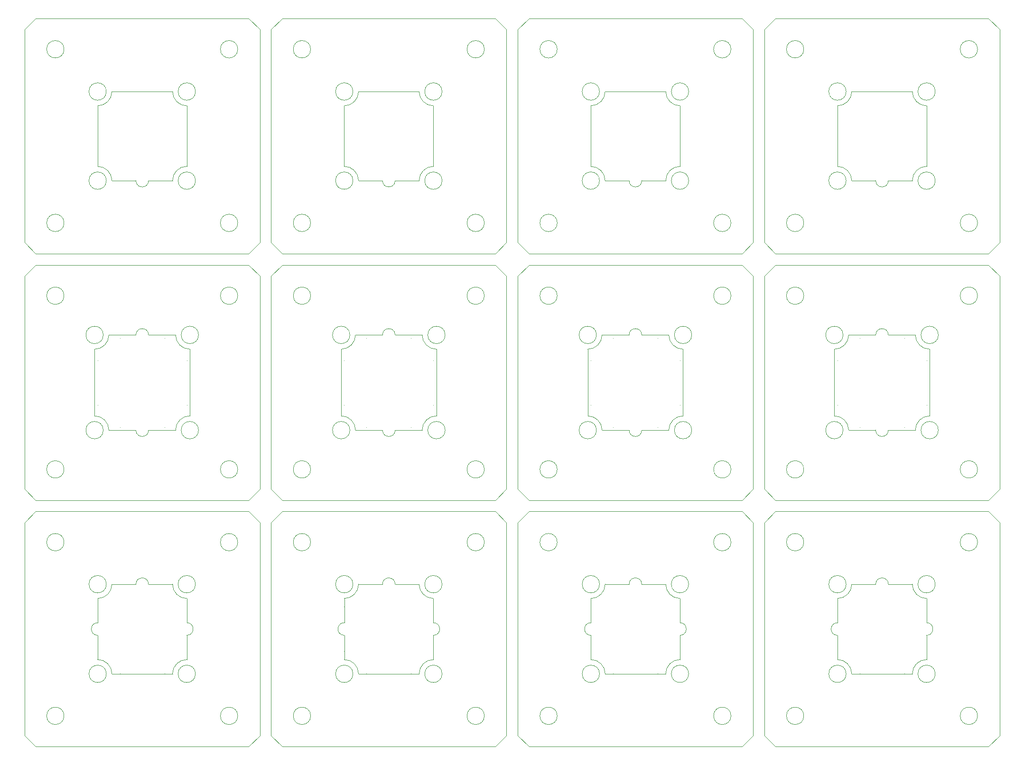
<source format=gbr>
%TF.GenerationSoftware,KiCad,Pcbnew,8.0.2*%
%TF.CreationDate,2025-02-14T13:13:44+07:00*%
%TF.ProjectId,as5600_bracket,61733536-3030-45f6-9272-61636b65742e,rev?*%
%TF.SameCoordinates,Original*%
%TF.FileFunction,Profile,NP*%
%FSLAX46Y46*%
G04 Gerber Fmt 4.6, Leading zero omitted, Abs format (unit mm)*
G04 Created by KiCad (PCBNEW 8.0.2) date 2025-02-14 13:13:44*
%MOMM*%
%LPD*%
G01*
G04 APERTURE LIST*
%TA.AperFunction,Profile*%
%ADD10C,0.050000*%
%TD*%
G04 APERTURE END LIST*
D10*
X192754500Y-140322500D02*
X192755000Y-140322500D01*
X180822500Y-108255000D02*
X180822500Y-108254500D01*
X134395000Y-48345000D02*
G75*
G02*
X131295000Y-48345000I-1550000J0D01*
G01*
X131295000Y-48345000D02*
G75*
G02*
X134395000Y-48345000I1550000J0D01*
G01*
X148754500Y-140322500D02*
X148755000Y-140322500D01*
X106300000Y-152300000D02*
G75*
G02*
X103200000Y-152300000I-1550000J0D01*
G01*
X103200000Y-152300000D02*
G75*
G02*
X106300000Y-152300000I1550000J0D01*
G01*
X38850000Y-115800000D02*
G75*
G02*
X35750000Y-115800000I-1550000J0D01*
G01*
X35750000Y-115800000D02*
G75*
G02*
X38850000Y-115800000I1550000J0D01*
G01*
X100777500Y-136345000D02*
X100777500Y-136345500D01*
X60750000Y-138850000D02*
X60750000Y-143175000D01*
X51675000Y-91800000D02*
X46850000Y-91800000D01*
X56777500Y-48345000D02*
X56777500Y-48345500D01*
X44845000Y-50895000D02*
X44845000Y-61705000D01*
X183675000Y-64255000D02*
X179395000Y-64255000D01*
X102205000Y-64255000D02*
G75*
G02*
X104755000Y-61705000I2550000J0D01*
G01*
X115800000Y-77300000D02*
X77800000Y-77300000D01*
X144777500Y-108255000D02*
X144777500Y-108254500D01*
X188777500Y-92345000D02*
X188777500Y-92345500D01*
X161800000Y-163300000D02*
X161800000Y-125300000D01*
X180822500Y-152255000D02*
X180822500Y-152254500D01*
X51675000Y-136300000D02*
G75*
G02*
X53925000Y-136300000I1125000J0D01*
G01*
X46400000Y-152300000D02*
G75*
G02*
X43300000Y-152300000I-1550000J0D01*
G01*
X43300000Y-152300000D02*
G75*
G02*
X46400000Y-152300000I1550000J0D01*
G01*
X148750000Y-143175000D02*
G75*
G02*
X148750000Y-145425000I0J-1125000D01*
G01*
X149300000Y-94350000D02*
G75*
G02*
X146750000Y-91800000I0J2550000D01*
G01*
X95675000Y-64255000D02*
X91395000Y-64255000D01*
X159800000Y-121300000D02*
X121800000Y-121300000D01*
X53925000Y-91800000D02*
X58750000Y-91800000D01*
X71800000Y-121300000D02*
X33800000Y-121300000D01*
X82850000Y-159800000D02*
G75*
G02*
X79750000Y-159800000I-1550000J0D01*
G01*
X79750000Y-159800000D02*
G75*
G02*
X82850000Y-159800000I1550000J0D01*
G01*
X185925000Y-64255000D02*
X190205000Y-64255000D01*
X121800000Y-79300000D02*
X119800000Y-81300000D01*
X31800000Y-163300000D02*
X31800000Y-125300000D01*
X113850000Y-84800000D02*
G75*
G02*
X110750000Y-84800000I-1550000J0D01*
G01*
X110750000Y-84800000D02*
G75*
G02*
X113850000Y-84800000I1550000J0D01*
G01*
X71800000Y-121300000D02*
X73800000Y-119300000D01*
X165800000Y-121300000D02*
X163800000Y-119300000D01*
X90850000Y-91800000D02*
G75*
G02*
X88300000Y-94350000I-2550000J0D01*
G01*
X132845000Y-96322500D02*
X132845500Y-96322500D01*
X38850000Y-71800000D02*
G75*
G02*
X35750000Y-71800000I-1550000J0D01*
G01*
X35750000Y-71800000D02*
G75*
G02*
X38850000Y-71800000I1550000J0D01*
G01*
X71800000Y-79300000D02*
X33800000Y-79300000D01*
X92822500Y-48345000D02*
X92822500Y-48345500D01*
X92822500Y-108255000D02*
X92822500Y-108254500D01*
X113850000Y-115800000D02*
G75*
G02*
X110750000Y-115800000I-1550000J0D01*
G01*
X110750000Y-115800000D02*
G75*
G02*
X113850000Y-115800000I1550000J0D01*
G01*
X203800000Y-77300000D02*
X205800000Y-75300000D01*
X203800000Y-35300000D02*
X205800000Y-37300000D01*
X92822500Y-64255000D02*
X92822500Y-64254500D01*
X203800000Y-77300000D02*
X165800000Y-77300000D01*
X159800000Y-77300000D02*
X121800000Y-77300000D01*
X136822500Y-108255000D02*
X136822500Y-108254500D01*
X133850000Y-91800000D02*
G75*
G02*
X130750000Y-91800000I-1550000J0D01*
G01*
X130750000Y-91800000D02*
G75*
G02*
X133850000Y-91800000I1550000J0D01*
G01*
X165800000Y-165300000D02*
X163800000Y-163300000D01*
X106850000Y-91800000D02*
G75*
G02*
X103750000Y-91800000I-1550000J0D01*
G01*
X103750000Y-91800000D02*
G75*
G02*
X106850000Y-91800000I1550000J0D01*
G01*
X148750000Y-138850000D02*
G75*
G02*
X146200000Y-136300000I0J2550000D01*
G01*
X148754500Y-104277500D02*
X148755000Y-104277500D01*
X44300000Y-94350000D02*
X44300000Y-106250000D01*
X33800000Y-121300000D02*
X31800000Y-119300000D01*
X115800000Y-121300000D02*
X77800000Y-121300000D01*
X159800000Y-165300000D02*
X121800000Y-165300000D01*
X100777500Y-48345000D02*
X100777500Y-48345500D01*
X126850000Y-159800000D02*
G75*
G02*
X123750000Y-159800000I-1550000J0D01*
G01*
X123750000Y-159800000D02*
G75*
G02*
X126850000Y-159800000I1550000J0D01*
G01*
X119800000Y-119300000D02*
X119800000Y-81300000D01*
X82850000Y-128800000D02*
G75*
G02*
X79750000Y-128800000I-1550000J0D01*
G01*
X79750000Y-128800000D02*
G75*
G02*
X82850000Y-128800000I1550000J0D01*
G01*
X176850000Y-145425000D02*
X176850000Y-149750000D01*
X178400000Y-152300000D02*
G75*
G02*
X175300000Y-152300000I-1550000J0D01*
G01*
X175300000Y-152300000D02*
G75*
G02*
X178400000Y-152300000I1550000J0D01*
G01*
X56777500Y-152255000D02*
X56777500Y-152254500D01*
X132300000Y-94350000D02*
X132300000Y-106250000D01*
X201850000Y-40800000D02*
G75*
G02*
X198750000Y-40800000I-1550000J0D01*
G01*
X198750000Y-40800000D02*
G75*
G02*
X201850000Y-40800000I1550000J0D01*
G01*
X141925000Y-136300000D02*
X146200000Y-136300000D01*
X176845000Y-96322500D02*
X176845500Y-96322500D01*
X192750000Y-143175000D02*
G75*
G02*
X192750000Y-145425000I0J-1125000D01*
G01*
X47395000Y-48345000D02*
G75*
G02*
X44845000Y-50895000I-2550000J0D01*
G01*
X44845000Y-60277500D02*
X44845500Y-60277500D01*
X159800000Y-165300000D02*
X161800000Y-163300000D01*
X113850000Y-40800000D02*
G75*
G02*
X110750000Y-40800000I-1550000J0D01*
G01*
X110750000Y-40800000D02*
G75*
G02*
X113850000Y-40800000I1550000J0D01*
G01*
X60754500Y-60277500D02*
X60755000Y-60277500D01*
X44850000Y-145425000D02*
G75*
G02*
X44850000Y-143175000I0J1125000D01*
G01*
X88845000Y-96322500D02*
X88845500Y-96322500D01*
X104750000Y-138850000D02*
X104750000Y-143175000D01*
X134400000Y-152300000D02*
G75*
G02*
X131300000Y-152300000I-1550000J0D01*
G01*
X131300000Y-152300000D02*
G75*
G02*
X134400000Y-152300000I1550000J0D01*
G01*
X192755000Y-61705000D02*
X192755000Y-50895000D01*
X88300000Y-94350000D02*
X88300000Y-106250000D01*
X148750000Y-145425000D02*
X148750000Y-149750000D01*
X47400000Y-136300000D02*
G75*
G02*
X44850000Y-138850000I-2550000J0D01*
G01*
X132850000Y-145425000D02*
X132850000Y-149750000D01*
X60754500Y-140322500D02*
X60755000Y-140322500D01*
X77800000Y-123300000D02*
X75800000Y-125300000D01*
X132845000Y-52322500D02*
X132845500Y-52322500D01*
X132845000Y-104277500D02*
X132845500Y-104277500D01*
X104750000Y-145425000D02*
X104750000Y-149750000D01*
X46395000Y-64255000D02*
G75*
G02*
X43295000Y-64255000I-1550000J0D01*
G01*
X43295000Y-64255000D02*
G75*
G02*
X46395000Y-64255000I1550000J0D01*
G01*
X60754500Y-148277500D02*
X60755000Y-148277500D01*
X146200000Y-152300000D02*
G75*
G02*
X148750000Y-149750000I2550000J0D01*
G01*
X53925000Y-136300000D02*
X58200000Y-136300000D01*
X88845000Y-61705000D02*
G75*
G02*
X91395000Y-64255000I0J-2550000D01*
G01*
X44845000Y-52322500D02*
X44845500Y-52322500D01*
X44845000Y-148277500D02*
X44845500Y-148277500D01*
X126850000Y-84800000D02*
G75*
G02*
X123750000Y-84800000I-1550000J0D01*
G01*
X123750000Y-84800000D02*
G75*
G02*
X126850000Y-84800000I1550000J0D01*
G01*
X117800000Y-163300000D02*
X117800000Y-125300000D01*
X60755000Y-61705000D02*
X60755000Y-50895000D01*
X88845000Y-148277500D02*
X88845500Y-148277500D01*
X178395000Y-64255000D02*
G75*
G02*
X175295000Y-64255000I-1550000J0D01*
G01*
X175295000Y-64255000D02*
G75*
G02*
X178395000Y-64255000I1550000J0D01*
G01*
X60750000Y-143175000D02*
G75*
G02*
X60750000Y-145425000I0J-1125000D01*
G01*
X44845000Y-104277500D02*
X44845500Y-104277500D01*
X139675000Y-64255000D02*
X135395000Y-64255000D01*
X150305000Y-48345000D02*
G75*
G02*
X147205000Y-48345000I-1550000J0D01*
G01*
X147205000Y-48345000D02*
G75*
G02*
X150305000Y-48345000I1550000J0D01*
G01*
X113850000Y-71800000D02*
G75*
G02*
X110750000Y-71800000I-1550000J0D01*
G01*
X110750000Y-71800000D02*
G75*
G02*
X113850000Y-71800000I1550000J0D01*
G01*
X31800000Y-119300000D02*
X31800000Y-81300000D01*
X58205000Y-64255000D02*
G75*
G02*
X60755000Y-61705000I2550000J0D01*
G01*
X82850000Y-84800000D02*
G75*
G02*
X79750000Y-84800000I-1550000J0D01*
G01*
X79750000Y-84800000D02*
G75*
G02*
X82850000Y-84800000I1550000J0D01*
G01*
X150300000Y-152300000D02*
G75*
G02*
X147200000Y-152300000I-1550000J0D01*
G01*
X147200000Y-152300000D02*
G75*
G02*
X150300000Y-152300000I1550000J0D01*
G01*
X89850000Y-108800000D02*
G75*
G02*
X86750000Y-108800000I-1550000J0D01*
G01*
X86750000Y-108800000D02*
G75*
G02*
X89850000Y-108800000I1550000J0D01*
G01*
X62300000Y-136300000D02*
G75*
G02*
X59200000Y-136300000I-1550000J0D01*
G01*
X59200000Y-136300000D02*
G75*
G02*
X62300000Y-136300000I1550000J0D01*
G01*
X91400000Y-136300000D02*
G75*
G02*
X88850000Y-138850000I-2550000J0D01*
G01*
X75800000Y-75300000D02*
X75800000Y-37300000D01*
X192754500Y-52322500D02*
X192755000Y-52322500D01*
X176845000Y-140322500D02*
X176845500Y-140322500D01*
X92822500Y-152255000D02*
X92822500Y-152254500D01*
X192754500Y-148277500D02*
X192755000Y-148277500D01*
X97925000Y-64255000D02*
G75*
G02*
X95675000Y-64255000I-1125000J0D01*
G01*
X115800000Y-77300000D02*
X117800000Y-75300000D01*
X203800000Y-123300000D02*
X165800000Y-123300000D01*
X183675000Y-136300000D02*
X179400000Y-136300000D01*
X148755000Y-50895000D02*
G75*
G02*
X146205000Y-48345000I0J2550000D01*
G01*
X159800000Y-123300000D02*
X161800000Y-125300000D01*
X133850000Y-108800000D02*
G75*
G02*
X130750000Y-108800000I-1550000J0D01*
G01*
X130750000Y-108800000D02*
G75*
G02*
X133850000Y-108800000I1550000J0D01*
G01*
X121800000Y-121300000D02*
X119800000Y-119300000D01*
X77800000Y-165300000D02*
X75800000Y-163300000D01*
X185925000Y-108800000D02*
X190750000Y-108800000D01*
X146200000Y-152300000D02*
X135400000Y-152300000D01*
X90400000Y-136300000D02*
G75*
G02*
X87300000Y-136300000I-1550000J0D01*
G01*
X87300000Y-136300000D02*
G75*
G02*
X90400000Y-136300000I1550000J0D01*
G01*
X165800000Y-79300000D02*
X163800000Y-81300000D01*
X113850000Y-128800000D02*
G75*
G02*
X110750000Y-128800000I-1550000J0D01*
G01*
X110750000Y-128800000D02*
G75*
G02*
X113850000Y-128800000I1550000J0D01*
G01*
X97925000Y-91800000D02*
X102750000Y-91800000D01*
X82850000Y-115800000D02*
G75*
G02*
X79750000Y-115800000I-1550000J0D01*
G01*
X79750000Y-115800000D02*
G75*
G02*
X82850000Y-115800000I1550000J0D01*
G01*
X149300000Y-94350000D02*
X149300000Y-106250000D01*
X115800000Y-35300000D02*
X77800000Y-35300000D01*
X176850000Y-145425000D02*
G75*
G02*
X176850000Y-143175000I0J1125000D01*
G01*
X97925000Y-64255000D02*
X102205000Y-64255000D01*
X71800000Y-35300000D02*
X33800000Y-35300000D01*
X170850000Y-128800000D02*
G75*
G02*
X167750000Y-128800000I-1550000J0D01*
G01*
X167750000Y-128800000D02*
G75*
G02*
X170850000Y-128800000I1550000J0D01*
G01*
X141925000Y-91800000D02*
X146750000Y-91800000D01*
X180822500Y-136345000D02*
X180822500Y-136345500D01*
X77800000Y-121300000D02*
X75800000Y-119300000D01*
X144777500Y-136345000D02*
X144777500Y-136345500D01*
X134395000Y-64255000D02*
G75*
G02*
X131295000Y-64255000I-1550000J0D01*
G01*
X131295000Y-64255000D02*
G75*
G02*
X134395000Y-64255000I1550000J0D01*
G01*
X126850000Y-40800000D02*
G75*
G02*
X123750000Y-40800000I-1550000J0D01*
G01*
X123750000Y-40800000D02*
G75*
G02*
X126850000Y-40800000I1550000J0D01*
G01*
X126850000Y-71800000D02*
G75*
G02*
X123750000Y-71800000I-1550000J0D01*
G01*
X123750000Y-71800000D02*
G75*
G02*
X126850000Y-71800000I1550000J0D01*
G01*
X176300000Y-106250000D02*
G75*
G02*
X178850000Y-108800000I0J-2550000D01*
G01*
X157850000Y-71800000D02*
G75*
G02*
X154750000Y-71800000I-1550000J0D01*
G01*
X154750000Y-71800000D02*
G75*
G02*
X157850000Y-71800000I1550000J0D01*
G01*
X185925000Y-64255000D02*
G75*
G02*
X183675000Y-64255000I-1125000J0D01*
G01*
X185925000Y-91800000D02*
X190750000Y-91800000D01*
X69850000Y-84800000D02*
G75*
G02*
X66750000Y-84800000I-1550000J0D01*
G01*
X66750000Y-84800000D02*
G75*
G02*
X69850000Y-84800000I1550000J0D01*
G01*
X141925000Y-64255000D02*
G75*
G02*
X139675000Y-64255000I-1125000J0D01*
G01*
X161800000Y-75300000D02*
X161800000Y-37300000D01*
X190205000Y-64255000D02*
G75*
G02*
X192755000Y-61705000I2550000J0D01*
G01*
X117800000Y-119300000D02*
X117800000Y-81300000D01*
X180822500Y-92345000D02*
X180822500Y-92345500D01*
X77800000Y-77300000D02*
X75800000Y-75300000D01*
X115800000Y-79300000D02*
X77800000Y-79300000D01*
X201850000Y-115800000D02*
G75*
G02*
X198750000Y-115800000I-1550000J0D01*
G01*
X198750000Y-115800000D02*
G75*
G02*
X201850000Y-115800000I1550000J0D01*
G01*
X203800000Y-165300000D02*
X165800000Y-165300000D01*
X170850000Y-40800000D02*
G75*
G02*
X167750000Y-40800000I-1550000J0D01*
G01*
X167750000Y-40800000D02*
G75*
G02*
X170850000Y-40800000I1550000J0D01*
G01*
X139675000Y-136300000D02*
X135400000Y-136300000D01*
X92822500Y-92345000D02*
X92822500Y-92345500D01*
X194850000Y-91800000D02*
G75*
G02*
X191750000Y-91800000I-1550000J0D01*
G01*
X191750000Y-91800000D02*
G75*
G02*
X194850000Y-91800000I1550000J0D01*
G01*
X88845000Y-50895000D02*
X88845000Y-61705000D01*
X148754500Y-148277500D02*
X148755000Y-148277500D01*
X60750000Y-138850000D02*
G75*
G02*
X58200000Y-136300000I0J2550000D01*
G01*
X38850000Y-40800000D02*
G75*
G02*
X35750000Y-40800000I-1550000J0D01*
G01*
X35750000Y-40800000D02*
G75*
G02*
X38850000Y-40800000I1550000J0D01*
G01*
X88300000Y-106250000D02*
G75*
G02*
X90850000Y-108800000I0J-2550000D01*
G01*
X176845000Y-52322500D02*
X176845500Y-52322500D01*
X148755000Y-61705000D02*
X148755000Y-50895000D01*
X144777500Y-92345000D02*
X144777500Y-92345500D01*
X106305000Y-64255000D02*
G75*
G02*
X103205000Y-64255000I-1550000J0D01*
G01*
X103205000Y-64255000D02*
G75*
G02*
X106305000Y-64255000I1550000J0D01*
G01*
X71800000Y-77300000D02*
X33800000Y-77300000D01*
X192754500Y-104277500D02*
X192755000Y-104277500D01*
X95675000Y-91800000D02*
X90850000Y-91800000D01*
X73800000Y-163300000D02*
X73800000Y-125300000D01*
X170850000Y-84800000D02*
G75*
G02*
X167750000Y-84800000I-1550000J0D01*
G01*
X167750000Y-84800000D02*
G75*
G02*
X170850000Y-84800000I1550000J0D01*
G01*
X150300000Y-136300000D02*
G75*
G02*
X147200000Y-136300000I-1550000J0D01*
G01*
X147200000Y-136300000D02*
G75*
G02*
X150300000Y-136300000I1550000J0D01*
G01*
X157850000Y-115800000D02*
G75*
G02*
X154750000Y-115800000I-1550000J0D01*
G01*
X154750000Y-115800000D02*
G75*
G02*
X157850000Y-115800000I1550000J0D01*
G01*
X165800000Y-77300000D02*
X163800000Y-75300000D01*
X69850000Y-115800000D02*
G75*
G02*
X66750000Y-115800000I-1550000J0D01*
G01*
X66750000Y-115800000D02*
G75*
G02*
X69850000Y-115800000I1550000J0D01*
G01*
X100777500Y-152255000D02*
X100777500Y-152254500D01*
X71800000Y-123300000D02*
X73800000Y-125300000D01*
X159800000Y-35300000D02*
X161800000Y-37300000D01*
X157850000Y-159800000D02*
G75*
G02*
X154750000Y-159800000I-1550000J0D01*
G01*
X154750000Y-159800000D02*
G75*
G02*
X157850000Y-159800000I1550000J0D01*
G01*
X176845000Y-60277500D02*
X176845500Y-60277500D01*
X159800000Y-79300000D02*
X161800000Y-81300000D01*
X176845000Y-61705000D02*
G75*
G02*
X179395000Y-64255000I0J-2550000D01*
G01*
X141925000Y-108800000D02*
G75*
G02*
X139675000Y-108800000I-1125000J0D01*
G01*
X90400000Y-152300000D02*
G75*
G02*
X87300000Y-152300000I-1550000J0D01*
G01*
X87300000Y-152300000D02*
G75*
G02*
X90400000Y-152300000I1550000J0D01*
G01*
X60754500Y-96322500D02*
X60755000Y-96322500D01*
X62300000Y-152300000D02*
G75*
G02*
X59200000Y-152300000I-1550000J0D01*
G01*
X59200000Y-152300000D02*
G75*
G02*
X62300000Y-152300000I1550000J0D01*
G01*
X165800000Y-35300000D02*
X163800000Y-37300000D01*
X159800000Y-121300000D02*
X161800000Y-119300000D01*
X185925000Y-108800000D02*
G75*
G02*
X183675000Y-108800000I-1125000J0D01*
G01*
X132850000Y-149750000D02*
G75*
G02*
X135400000Y-152300000I0J-2550000D01*
G01*
X135395000Y-48345000D02*
G75*
G02*
X132845000Y-50895000I-2550000J0D01*
G01*
X58200000Y-152300000D02*
X47400000Y-152300000D01*
X115800000Y-79300000D02*
X117800000Y-81300000D01*
X148754500Y-96322500D02*
X148755000Y-96322500D01*
X46850000Y-91800000D02*
G75*
G02*
X44300000Y-94350000I-2550000J0D01*
G01*
X46395000Y-48345000D02*
G75*
G02*
X43295000Y-48345000I-1550000J0D01*
G01*
X43295000Y-48345000D02*
G75*
G02*
X46395000Y-48345000I1550000J0D01*
G01*
X126850000Y-115800000D02*
G75*
G02*
X123750000Y-115800000I-1550000J0D01*
G01*
X123750000Y-115800000D02*
G75*
G02*
X126850000Y-115800000I1550000J0D01*
G01*
X176850000Y-143175000D02*
X176850000Y-138850000D01*
X44845000Y-96322500D02*
X44845500Y-96322500D01*
X170850000Y-71800000D02*
G75*
G02*
X167750000Y-71800000I-1550000J0D01*
G01*
X167750000Y-71800000D02*
G75*
G02*
X170850000Y-71800000I1550000J0D01*
G01*
X61300000Y-94350000D02*
G75*
G02*
X58750000Y-91800000I0J2550000D01*
G01*
X183675000Y-91800000D02*
G75*
G02*
X185925000Y-91800000I1125000J0D01*
G01*
X178400000Y-136300000D02*
G75*
G02*
X175300000Y-136300000I-1550000J0D01*
G01*
X175300000Y-136300000D02*
G75*
G02*
X178400000Y-136300000I1550000J0D01*
G01*
X203800000Y-165300000D02*
X205800000Y-163300000D01*
X104754500Y-148277500D02*
X104755000Y-148277500D01*
X148754500Y-52322500D02*
X148755000Y-52322500D01*
X77800000Y-35300000D02*
X75800000Y-37300000D01*
X179400000Y-136300000D02*
G75*
G02*
X176850000Y-138850000I-2550000J0D01*
G01*
X51675000Y-108800000D02*
X46850000Y-108800000D01*
X132300000Y-106250000D02*
G75*
G02*
X134850000Y-108800000I0J-2550000D01*
G01*
X69850000Y-159800000D02*
G75*
G02*
X66750000Y-159800000I-1550000J0D01*
G01*
X66750000Y-159800000D02*
G75*
G02*
X69850000Y-159800000I1550000J0D01*
G01*
X106300000Y-136300000D02*
G75*
G02*
X103200000Y-136300000I-1550000J0D01*
G01*
X103200000Y-136300000D02*
G75*
G02*
X106300000Y-136300000I1550000J0D01*
G01*
X71800000Y-123300000D02*
X33800000Y-123300000D01*
X132845000Y-140322500D02*
X132845500Y-140322500D01*
X203800000Y-121300000D02*
X205800000Y-119300000D01*
X192750000Y-138850000D02*
G75*
G02*
X190200000Y-136300000I0J2550000D01*
G01*
X194850000Y-108800000D02*
G75*
G02*
X191750000Y-108800000I-1550000J0D01*
G01*
X191750000Y-108800000D02*
G75*
G02*
X194850000Y-108800000I1550000J0D01*
G01*
X163800000Y-163300000D02*
X163800000Y-125300000D01*
X97925000Y-108800000D02*
G75*
G02*
X95675000Y-108800000I-1125000J0D01*
G01*
X193300000Y-94350000D02*
G75*
G02*
X190750000Y-91800000I0J2550000D01*
G01*
X56777500Y-92345000D02*
X56777500Y-92345500D01*
X106305000Y-48345000D02*
G75*
G02*
X103205000Y-48345000I-1550000J0D01*
G01*
X103205000Y-48345000D02*
G75*
G02*
X106305000Y-48345000I1550000J0D01*
G01*
X161800000Y-119300000D02*
X161800000Y-81300000D01*
X176845000Y-104277500D02*
X176845500Y-104277500D01*
X38850000Y-84800000D02*
G75*
G02*
X35750000Y-84800000I-1550000J0D01*
G01*
X35750000Y-84800000D02*
G75*
G02*
X38850000Y-84800000I1550000J0D01*
G01*
X146205000Y-64255000D02*
G75*
G02*
X148755000Y-61705000I2550000J0D01*
G01*
X159800000Y-79300000D02*
X121800000Y-79300000D01*
X104750000Y-138850000D02*
G75*
G02*
X102200000Y-136300000I0J2550000D01*
G01*
X121800000Y-165300000D02*
X119800000Y-163300000D01*
X136822500Y-48345000D02*
X136822500Y-48345500D01*
X58200000Y-152300000D02*
G75*
G02*
X60750000Y-149750000I2550000J0D01*
G01*
X115800000Y-123300000D02*
X77800000Y-123300000D01*
X201850000Y-84800000D02*
G75*
G02*
X198750000Y-84800000I-1550000J0D01*
G01*
X198750000Y-84800000D02*
G75*
G02*
X201850000Y-84800000I1550000J0D01*
G01*
X146205000Y-48345000D02*
X135395000Y-48345000D01*
X105300000Y-94350000D02*
G75*
G02*
X102750000Y-91800000I0J2550000D01*
G01*
X71800000Y-165300000D02*
X33800000Y-165300000D01*
X46400000Y-136300000D02*
G75*
G02*
X43300000Y-136300000I-1550000J0D01*
G01*
X43300000Y-136300000D02*
G75*
G02*
X46400000Y-136300000I1550000J0D01*
G01*
X148754500Y-60277500D02*
X148755000Y-60277500D01*
X119800000Y-75300000D02*
X119800000Y-37300000D01*
X132845000Y-50895000D02*
X132845000Y-61705000D01*
X60755000Y-50895000D02*
G75*
G02*
X58205000Y-48345000I0J2550000D01*
G01*
X201850000Y-128800000D02*
G75*
G02*
X198750000Y-128800000I-1550000J0D01*
G01*
X198750000Y-128800000D02*
G75*
G02*
X201850000Y-128800000I1550000J0D01*
G01*
X31800000Y-75300000D02*
X31800000Y-37300000D01*
X194305000Y-64255000D02*
G75*
G02*
X191205000Y-64255000I-1550000J0D01*
G01*
X191205000Y-64255000D02*
G75*
G02*
X194305000Y-64255000I1550000J0D01*
G01*
X89850000Y-91800000D02*
G75*
G02*
X86750000Y-91800000I-1550000J0D01*
G01*
X86750000Y-91800000D02*
G75*
G02*
X89850000Y-91800000I1550000J0D01*
G01*
X33800000Y-79300000D02*
X31800000Y-81300000D01*
X104754500Y-60277500D02*
X104755000Y-60277500D01*
X139675000Y-91800000D02*
X134850000Y-91800000D01*
X53925000Y-108800000D02*
G75*
G02*
X51675000Y-108800000I-1125000J0D01*
G01*
X62850000Y-108800000D02*
G75*
G02*
X59750000Y-108800000I-1550000J0D01*
G01*
X59750000Y-108800000D02*
G75*
G02*
X62850000Y-108800000I1550000J0D01*
G01*
X53925000Y-64255000D02*
X58205000Y-64255000D01*
X176845000Y-50895000D02*
X176845000Y-61705000D01*
X205800000Y-163300000D02*
X205800000Y-125300000D01*
X192755000Y-50895000D02*
G75*
G02*
X190205000Y-48345000I0J2550000D01*
G01*
X150850000Y-108800000D02*
G75*
G02*
X147750000Y-108800000I-1550000J0D01*
G01*
X147750000Y-108800000D02*
G75*
G02*
X150850000Y-108800000I1550000J0D01*
G01*
X69850000Y-128800000D02*
G75*
G02*
X66750000Y-128800000I-1550000J0D01*
G01*
X66750000Y-128800000D02*
G75*
G02*
X69850000Y-128800000I1550000J0D01*
G01*
X71800000Y-79300000D02*
X73800000Y-81300000D01*
X48822500Y-136345000D02*
X48822500Y-136345500D01*
X69850000Y-71800000D02*
G75*
G02*
X66750000Y-71800000I-1550000J0D01*
G01*
X66750000Y-71800000D02*
G75*
G02*
X69850000Y-71800000I1550000J0D01*
G01*
X38850000Y-128800000D02*
G75*
G02*
X35750000Y-128800000I-1550000J0D01*
G01*
X35750000Y-128800000D02*
G75*
G02*
X38850000Y-128800000I1550000J0D01*
G01*
X53925000Y-64255000D02*
G75*
G02*
X51675000Y-64255000I-1125000J0D01*
G01*
X88850000Y-145425000D02*
G75*
G02*
X88850000Y-143175000I0J1125000D01*
G01*
X163800000Y-119300000D02*
X163800000Y-81300000D01*
X113850000Y-159800000D02*
G75*
G02*
X110750000Y-159800000I-1550000J0D01*
G01*
X110750000Y-159800000D02*
G75*
G02*
X113850000Y-159800000I1550000J0D01*
G01*
X192754500Y-96322500D02*
X192755000Y-96322500D01*
X115800000Y-123300000D02*
X117800000Y-125300000D01*
X100777500Y-64255000D02*
X100777500Y-64254500D01*
X95675000Y-91800000D02*
G75*
G02*
X97925000Y-91800000I1125000J0D01*
G01*
X58750000Y-108800000D02*
G75*
G02*
X61300000Y-106250000I2550000J0D01*
G01*
X104754500Y-96322500D02*
X104755000Y-96322500D01*
X51675000Y-136300000D02*
X47400000Y-136300000D01*
X51675000Y-91800000D02*
G75*
G02*
X53925000Y-91800000I1125000J0D01*
G01*
X188777500Y-152255000D02*
X188777500Y-152254500D01*
X44850000Y-145425000D02*
X44850000Y-149750000D01*
X51675000Y-64255000D02*
X47395000Y-64255000D01*
X132845000Y-148277500D02*
X132845500Y-148277500D01*
X192750000Y-145425000D02*
X192750000Y-149750000D01*
X192750000Y-138850000D02*
X192750000Y-143175000D01*
X141925000Y-64255000D02*
X146205000Y-64255000D01*
X91395000Y-48345000D02*
G75*
G02*
X88845000Y-50895000I-2550000J0D01*
G01*
X176850000Y-149750000D02*
G75*
G02*
X179400000Y-152300000I0J-2550000D01*
G01*
X150850000Y-91800000D02*
G75*
G02*
X147750000Y-91800000I-1550000J0D01*
G01*
X147750000Y-91800000D02*
G75*
G02*
X150850000Y-91800000I1550000J0D01*
G01*
X102200000Y-152300000D02*
G75*
G02*
X104750000Y-149750000I2550000J0D01*
G01*
X102205000Y-48345000D02*
X91395000Y-48345000D01*
X92822500Y-136345000D02*
X92822500Y-136345500D01*
X159800000Y-35300000D02*
X121800000Y-35300000D01*
X192754500Y-60277500D02*
X192755000Y-60277500D01*
X115800000Y-165300000D02*
X117800000Y-163300000D01*
X44845000Y-140322500D02*
X44845500Y-140322500D01*
X193300000Y-94350000D02*
X193300000Y-106250000D01*
X33800000Y-77300000D02*
X31800000Y-75300000D01*
X144777500Y-48345000D02*
X144777500Y-48345500D01*
X48822500Y-48345000D02*
X48822500Y-48345500D01*
X176845000Y-148277500D02*
X176845500Y-148277500D01*
X48822500Y-152255000D02*
X48822500Y-152254500D01*
X203800000Y-35300000D02*
X165800000Y-35300000D01*
X144777500Y-64255000D02*
X144777500Y-64254500D01*
X190200000Y-152300000D02*
X179400000Y-152300000D01*
X48822500Y-92345000D02*
X48822500Y-92345500D01*
X90395000Y-48345000D02*
G75*
G02*
X87295000Y-48345000I-1550000J0D01*
G01*
X87295000Y-48345000D02*
G75*
G02*
X90395000Y-48345000I1550000J0D01*
G01*
X71800000Y-35300000D02*
X73800000Y-37300000D01*
X190200000Y-152300000D02*
G75*
G02*
X192750000Y-149750000I2550000J0D01*
G01*
X44850000Y-143175000D02*
X44850000Y-138850000D01*
X62850000Y-91800000D02*
G75*
G02*
X59750000Y-91800000I-1550000J0D01*
G01*
X59750000Y-91800000D02*
G75*
G02*
X62850000Y-91800000I1550000J0D01*
G01*
X119800000Y-163300000D02*
X119800000Y-125300000D01*
X104755000Y-50895000D02*
G75*
G02*
X102205000Y-48345000I0J2550000D01*
G01*
X100777500Y-108255000D02*
X100777500Y-108254500D01*
X139675000Y-91800000D02*
G75*
G02*
X141925000Y-91800000I1125000J0D01*
G01*
X88845000Y-60277500D02*
X88845500Y-60277500D01*
X102200000Y-152300000D02*
X91400000Y-152300000D01*
X132850000Y-145425000D02*
G75*
G02*
X132850000Y-143175000I0J1125000D01*
G01*
X104754500Y-104277500D02*
X104755000Y-104277500D01*
X132845000Y-61705000D02*
G75*
G02*
X135395000Y-64255000I0J-2550000D01*
G01*
X97925000Y-108800000D02*
X102750000Y-108800000D01*
X44300000Y-106250000D02*
G75*
G02*
X46850000Y-108800000I0J-2550000D01*
G01*
X61300000Y-94350000D02*
X61300000Y-106250000D01*
X121800000Y-123300000D02*
X119800000Y-125300000D01*
X95675000Y-108800000D02*
X90850000Y-108800000D01*
X183675000Y-108800000D02*
X178850000Y-108800000D01*
X194300000Y-152300000D02*
G75*
G02*
X191200000Y-152300000I-1550000J0D01*
G01*
X191200000Y-152300000D02*
G75*
G02*
X194300000Y-152300000I1550000J0D01*
G01*
X48822500Y-64255000D02*
X48822500Y-64254500D01*
X179395000Y-48345000D02*
G75*
G02*
X176845000Y-50895000I-2550000J0D01*
G01*
X159800000Y-123300000D02*
X121800000Y-123300000D01*
X148750000Y-138850000D02*
X148750000Y-143175000D01*
X104755000Y-61705000D02*
X104755000Y-50895000D01*
X139675000Y-108800000D02*
X134850000Y-108800000D01*
X136822500Y-152255000D02*
X136822500Y-152254500D01*
X157850000Y-40800000D02*
G75*
G02*
X154750000Y-40800000I-1550000J0D01*
G01*
X154750000Y-40800000D02*
G75*
G02*
X157850000Y-40800000I1550000J0D01*
G01*
X73800000Y-75300000D02*
X73800000Y-37300000D01*
X141925000Y-108800000D02*
X146750000Y-108800000D01*
X178395000Y-48345000D02*
G75*
G02*
X175295000Y-48345000I-1550000J0D01*
G01*
X175295000Y-48345000D02*
G75*
G02*
X178395000Y-48345000I1550000J0D01*
G01*
X56777500Y-136345000D02*
X56777500Y-136345500D01*
X77800000Y-79300000D02*
X75800000Y-81300000D01*
X188777500Y-48345000D02*
X188777500Y-48345500D01*
X60750000Y-145425000D02*
X60750000Y-149750000D01*
X71800000Y-77300000D02*
X73800000Y-75300000D01*
X136822500Y-92345000D02*
X136822500Y-92345500D01*
X136822500Y-136345000D02*
X136822500Y-136345500D01*
X205800000Y-75300000D02*
X205800000Y-37300000D01*
X188777500Y-136345000D02*
X188777500Y-136345500D01*
X48822500Y-108255000D02*
X48822500Y-108254500D01*
X60754500Y-104277500D02*
X60755000Y-104277500D01*
X90395000Y-64255000D02*
G75*
G02*
X87295000Y-64255000I-1550000J0D01*
G01*
X87295000Y-64255000D02*
G75*
G02*
X90395000Y-64255000I1550000J0D01*
G01*
X201850000Y-71800000D02*
G75*
G02*
X198750000Y-71800000I-1550000J0D01*
G01*
X198750000Y-71800000D02*
G75*
G02*
X201850000Y-71800000I1550000J0D01*
G01*
X33800000Y-165300000D02*
X31800000Y-163300000D01*
X170850000Y-159800000D02*
G75*
G02*
X167750000Y-159800000I-1550000J0D01*
G01*
X167750000Y-159800000D02*
G75*
G02*
X170850000Y-159800000I1550000J0D01*
G01*
X190750000Y-108800000D02*
G75*
G02*
X193300000Y-106250000I2550000J0D01*
G01*
X157850000Y-128800000D02*
G75*
G02*
X154750000Y-128800000I-1550000J0D01*
G01*
X154750000Y-128800000D02*
G75*
G02*
X157850000Y-128800000I1550000J0D01*
G01*
X136822500Y-64255000D02*
X136822500Y-64254500D01*
X75800000Y-119300000D02*
X75800000Y-81300000D01*
X45850000Y-108800000D02*
G75*
G02*
X42750000Y-108800000I-1550000J0D01*
G01*
X42750000Y-108800000D02*
G75*
G02*
X45850000Y-108800000I1550000J0D01*
G01*
X53925000Y-108800000D02*
X58750000Y-108800000D01*
X88850000Y-145425000D02*
X88850000Y-149750000D01*
X88845000Y-104277500D02*
X88845500Y-104277500D01*
X56777500Y-64255000D02*
X56777500Y-64254500D01*
X115800000Y-121300000D02*
X117800000Y-119300000D01*
X115800000Y-35300000D02*
X117800000Y-37300000D01*
X180822500Y-48345000D02*
X180822500Y-48345500D01*
X45850000Y-91800000D02*
G75*
G02*
X42750000Y-91800000I-1550000J0D01*
G01*
X42750000Y-91800000D02*
G75*
G02*
X45850000Y-91800000I1550000J0D01*
G01*
X106850000Y-108800000D02*
G75*
G02*
X103750000Y-108800000I-1550000J0D01*
G01*
X103750000Y-108800000D02*
G75*
G02*
X106850000Y-108800000I1550000J0D01*
G01*
X203800000Y-79300000D02*
X165800000Y-79300000D01*
X82850000Y-71800000D02*
G75*
G02*
X79750000Y-71800000I-1550000J0D01*
G01*
X79750000Y-71800000D02*
G75*
G02*
X82850000Y-71800000I1550000J0D01*
G01*
X62305000Y-64255000D02*
G75*
G02*
X59205000Y-64255000I-1550000J0D01*
G01*
X59205000Y-64255000D02*
G75*
G02*
X62305000Y-64255000I1550000J0D01*
G01*
X95675000Y-136300000D02*
X91400000Y-136300000D01*
X185925000Y-136300000D02*
X190200000Y-136300000D01*
X88845000Y-140322500D02*
X88845500Y-140322500D01*
X88845000Y-52322500D02*
X88845500Y-52322500D01*
X62305000Y-48345000D02*
G75*
G02*
X59205000Y-48345000I-1550000J0D01*
G01*
X59205000Y-48345000D02*
G75*
G02*
X62305000Y-48345000I1550000J0D01*
G01*
X126850000Y-128800000D02*
G75*
G02*
X123750000Y-128800000I-1550000J0D01*
G01*
X123750000Y-128800000D02*
G75*
G02*
X126850000Y-128800000I1550000J0D01*
G01*
X105300000Y-94350000D02*
X105300000Y-106250000D01*
X194305000Y-48345000D02*
G75*
G02*
X191205000Y-48345000I-1550000J0D01*
G01*
X191205000Y-48345000D02*
G75*
G02*
X194305000Y-48345000I1550000J0D01*
G01*
X44850000Y-149750000D02*
G75*
G02*
X47400000Y-152300000I0J-2550000D01*
G01*
X135400000Y-136300000D02*
G75*
G02*
X132850000Y-138850000I-2550000J0D01*
G01*
X104750000Y-143175000D02*
G75*
G02*
X104750000Y-145425000I0J-1125000D01*
G01*
X88850000Y-143175000D02*
X88850000Y-138850000D01*
X201850000Y-159800000D02*
G75*
G02*
X198750000Y-159800000I-1550000J0D01*
G01*
X198750000Y-159800000D02*
G75*
G02*
X201850000Y-159800000I1550000J0D01*
G01*
X176300000Y-94350000D02*
X176300000Y-106250000D01*
X75800000Y-163300000D02*
X75800000Y-125300000D01*
X188777500Y-64255000D02*
X188777500Y-64254500D01*
X73800000Y-119300000D02*
X73800000Y-81300000D01*
X163800000Y-75300000D02*
X163800000Y-37300000D01*
X157850000Y-84800000D02*
G75*
G02*
X154750000Y-84800000I-1550000J0D01*
G01*
X154750000Y-84800000D02*
G75*
G02*
X157850000Y-84800000I1550000J0D01*
G01*
X56777500Y-108255000D02*
X56777500Y-108254500D01*
X100777500Y-92345000D02*
X100777500Y-92345500D01*
X121800000Y-35300000D02*
X119800000Y-37300000D01*
X132845000Y-60277500D02*
X132845500Y-60277500D01*
X170850000Y-115800000D02*
G75*
G02*
X167750000Y-115800000I-1550000J0D01*
G01*
X167750000Y-115800000D02*
G75*
G02*
X170850000Y-115800000I1550000J0D01*
G01*
X203800000Y-79300000D02*
X205800000Y-81300000D01*
X180822500Y-64255000D02*
X180822500Y-64254500D01*
X44845000Y-61705000D02*
G75*
G02*
X47395000Y-64255000I0J-2550000D01*
G01*
X82850000Y-40800000D02*
G75*
G02*
X79750000Y-40800000I-1550000J0D01*
G01*
X79750000Y-40800000D02*
G75*
G02*
X82850000Y-40800000I1550000J0D01*
G01*
X139675000Y-136300000D02*
G75*
G02*
X141925000Y-136300000I1125000J0D01*
G01*
X188777500Y-108255000D02*
X188777500Y-108254500D01*
X178850000Y-91800000D02*
G75*
G02*
X176300000Y-94350000I-2550000J0D01*
G01*
X121800000Y-77300000D02*
X119800000Y-75300000D01*
X134850000Y-91800000D02*
G75*
G02*
X132300000Y-94350000I-2550000J0D01*
G01*
X194300000Y-136300000D02*
G75*
G02*
X191200000Y-136300000I-1550000J0D01*
G01*
X191200000Y-136300000D02*
G75*
G02*
X194300000Y-136300000I1550000J0D01*
G01*
X165800000Y-123300000D02*
X163800000Y-125300000D01*
X104754500Y-52322500D02*
X104755000Y-52322500D01*
X104754500Y-140322500D02*
X104755000Y-140322500D01*
X177850000Y-91800000D02*
G75*
G02*
X174750000Y-91800000I-1550000J0D01*
G01*
X174750000Y-91800000D02*
G75*
G02*
X177850000Y-91800000I1550000J0D01*
G01*
X144777500Y-152255000D02*
X144777500Y-152254500D01*
X183675000Y-136300000D02*
G75*
G02*
X185925000Y-136300000I1125000J0D01*
G01*
X132850000Y-143175000D02*
X132850000Y-138850000D01*
X159800000Y-77300000D02*
X161800000Y-75300000D01*
X97925000Y-136300000D02*
X102200000Y-136300000D01*
X203800000Y-123300000D02*
X205800000Y-125300000D01*
X95675000Y-136300000D02*
G75*
G02*
X97925000Y-136300000I1125000J0D01*
G01*
X117800000Y-75300000D02*
X117800000Y-37300000D01*
X33800000Y-123300000D02*
X31800000Y-125300000D01*
X71800000Y-165300000D02*
X73800000Y-163300000D01*
X60754500Y-52322500D02*
X60755000Y-52322500D01*
X190205000Y-48345000D02*
X179395000Y-48345000D01*
X102750000Y-108800000D02*
G75*
G02*
X105300000Y-106250000I2550000J0D01*
G01*
X183675000Y-91800000D02*
X178850000Y-91800000D01*
X203800000Y-121300000D02*
X165800000Y-121300000D01*
X33800000Y-35300000D02*
X31800000Y-37300000D01*
X205800000Y-119300000D02*
X205800000Y-81300000D01*
X115800000Y-165300000D02*
X77800000Y-165300000D01*
X134400000Y-136300000D02*
G75*
G02*
X131300000Y-136300000I-1550000J0D01*
G01*
X131300000Y-136300000D02*
G75*
G02*
X134400000Y-136300000I1550000J0D01*
G01*
X146750000Y-108800000D02*
G75*
G02*
X149300000Y-106250000I2550000J0D01*
G01*
X88850000Y-149750000D02*
G75*
G02*
X91400000Y-152300000I0J-2550000D01*
G01*
X38850000Y-159800000D02*
G75*
G02*
X35750000Y-159800000I-1550000J0D01*
G01*
X35750000Y-159800000D02*
G75*
G02*
X38850000Y-159800000I1550000J0D01*
G01*
X58205000Y-48345000D02*
X47395000Y-48345000D01*
X69850000Y-40800000D02*
G75*
G02*
X66750000Y-40800000I-1550000J0D01*
G01*
X66750000Y-40800000D02*
G75*
G02*
X69850000Y-40800000I1550000J0D01*
G01*
X150305000Y-64255000D02*
G75*
G02*
X147205000Y-64255000I-1550000J0D01*
G01*
X147205000Y-64255000D02*
G75*
G02*
X150305000Y-64255000I1550000J0D01*
G01*
X177850000Y-108800000D02*
G75*
G02*
X174750000Y-108800000I-1550000J0D01*
G01*
X174750000Y-108800000D02*
G75*
G02*
X177850000Y-108800000I1550000J0D01*
G01*
M02*

</source>
